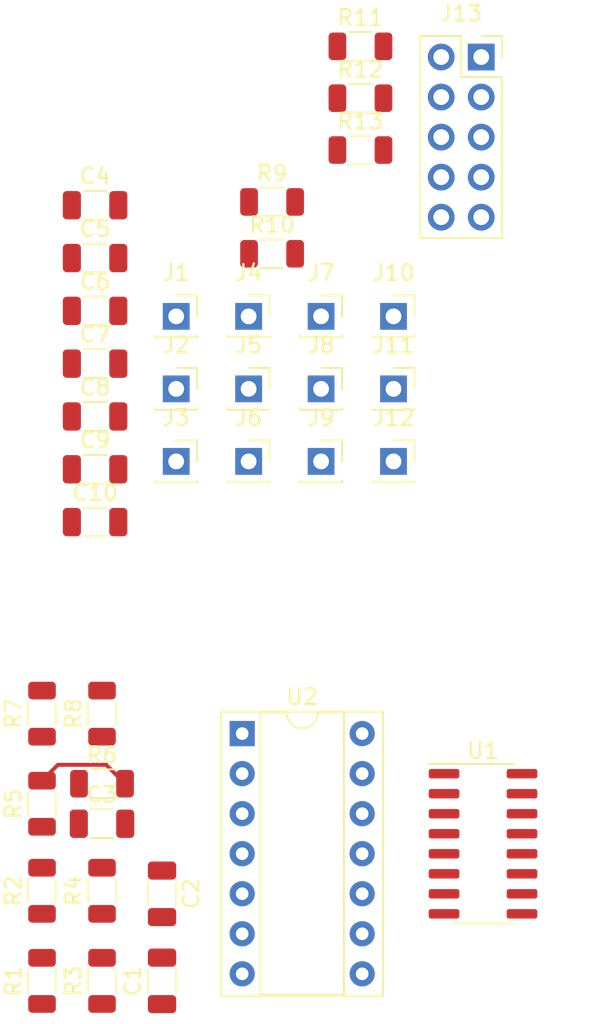
<source format=kicad_pcb>
(kicad_pcb (version 20221018) (generator pcbnew)
  (layers (0 "F.Cu" signal) (31 "B.Cu" signal) (34 "B.Paste" user) (35 "F.Paste" user) (36 "B.SilkS" user "B.Silkscreen") (37 "F.SilkS" user "F.Silkscreen") (38 "B.Mask" user) (39 "F.Mask" user) (44 "Edge.Cuts" user))
  (net 0 "")
  (net 1 "Net-(C1-Pad1)")
  (net 2 "GND")
  (net 3 "Net-(C2-Pad1)")
  (net 4 "Net-(C3-Pad1)")
  (net 5 "Net-(C4-Pad1)")
  (net 6 "+12V")
  (net 7 "-12V")
  (net 8 "Net-(U1-I_OUT1)")
  (net 9 "Net-(U1-I_OUT2)")
  (net 10 "Net-(U1-I_OUT3)")
  (net 11 "Net-(U1-I_OUT4)")
  (net 12 "Net-(U1-I_IN1)")
  (net 13 "Net-(U1-I_IN2)")
  (net 14 "Net-(U1-I_IN3)")
  (net 15 "Net-(U1-I_IN4)")
  (net 16 "Net-(U1-MODE)")
  (net 17 "Out1")
  (net 18 "Out2")
  (net 19 "Out3")
  (net 20 "Out4")
  (net 21 "VCO1")
  (net 22 "VCO2")
  (net 23 "VCO3")
  (net 24 "VCO4")
  (net 25 "ADSR1")
  (net 26 "ADSR2")
  (net 27 "ADSR3")
  (net 28 "ADSR4")
  (footprint "Connector_PinSocket_2.54mm:PinSocket_1x01_P2.54mm_Vertical" (layer "F.Cu") (at 145.835 60.045)
    (fp_text reference "J5" (at 0 -2.77) (layer "F.SilkS"))
    (fp_text value "Q1")
    (fp_line (start -1.33 1.21) (end -1.33 1.33) (stroke (width 0.12)) (layer "F.SilkS"))
    (fp_line (start -1.33 1.33) (end 1.33 1.33) (stroke (width 0.12)) (layer "F.SilkS"))
    (fp_line (start 0 -1.33) (end 1.33 -1.33) (stroke (width 0.12)) (layer "F.SilkS"))
    (fp_line (start 1.33 -1.33) (end 1.33 0) (stroke (width 0.12)) (layer "F.SilkS"))
    (fp_line (start 1.33 1.21) (end 1.33 1.33) (stroke (width 0.12)) (layer "F.SilkS"))
    (pad "1" thru_hole rect (at 0 0) (size 1.7 1.7) (drill 1) (layers "*.Cu" "*.Mask"))
  )
  (footprint "Resistor_SMD:R_1206_3216Metric" (layer "F.Cu") (at 136.525 80.645 90)
    (fp_text reference "R8" (at 0 -1.82 90) (layer "F.SilkS"))
    (fp_text value "500")
    (fp_line (start -0.727064 -0.91) (end 0.727064 -0.91) (stroke (width 0.12)) (layer "F.SilkS"))
    (fp_line (start -0.727064 0.91) (end 0.727064 0.91) (stroke (width 0.12)) (layer "F.SilkS"))
    (pad "1" smd roundrect (at -1.4625 0 90) (size 1.125 1.75) (layers "F.Cu" "F.Paste" "F.Mask") (roundrect_rratio 0.222222) (net 5 "Net-(C4-Pad1)"))
    (pad "2" smd roundrect (at 1.4625 0 90) (size 1.125 1.75) (layers "F.Cu" "F.Paste" "F.Mask") (roundrect_rratio 0.222222) (net 15 "Net-(U1-I_IN4)"))
  )
  (footprint "Connector_PinSocket_2.54mm:PinSocket_1x01_P2.54mm_Vertical" (layer "F.Cu") (at 155.035 55.445)
    (fp_text reference "J10" (at 0 -2.77) (layer "F.SilkS"))
    (fp_text value "ADSR3")
    (fp_line (start -1.33 1.21) (end -1.33 1.33) (stroke (width 0.12)) (layer "F.SilkS"))
    (fp_line (start -1.33 1.33) (end 1.33 1.33) (stroke (width 0.12)) (layer "F.SilkS"))
    (fp_line (start 0 -1.33) (end 1.33 -1.33) (stroke (width 0.12)) (layer "F.SilkS"))
    (fp_line (start 1.33 -1.33) (end 1.33 0) (stroke (width 0.12)) (layer "F.SilkS"))
    (fp_line (start 1.33 1.21) (end 1.33 1.33) (stroke (width 0.12)) (layer "F.SilkS"))
    (pad "1" thru_hole rect (at 0 0) (size 1.7 1.7) (drill 1) (layers "*.Cu" "*.Mask"))
  )
  (footprint "Capacitor_SMD:C_1206_3216Metric" (layer "F.Cu") (at 136.085 55.095)
    (fp_text reference "C6" (at 0 -1.85) (layer "F.SilkS"))
    (fp_text value "1uF")
    (fp_line (start -0.711252 -0.91) (end 0.711252 -0.91) (stroke (width 0.12)) (layer "F.SilkS"))
    (fp_line (start -0.711252 0.91) (end 0.711252 0.91) (stroke (width 0.12)) (layer "F.SilkS"))
    (pad "1" smd roundrect (at -1.475 0) (size 1.15 1.8) (layers "F.Cu" "F.Paste" "F.Mask") (roundrect_rratio 0.217391) (net 7 "-12V"))
    (pad "2" smd roundrect (at 1.475 0) (size 1.15 1.8) (layers "F.Cu" "F.Paste" "F.Mask") (roundrect_rratio 0.217391) (net 2 "GND"))
  )
  (footprint "Connector_PinSocket_2.54mm:PinSocket_2x05_P2.54mm_Vertical" (layer "F.Cu") (at 160.605 38.995)
    (fp_text reference "J13" (at -1.27 -2.77) (layer "F.SilkS"))
    (fp_text value "Conn_02x05_Odd_Even")
    (fp_line (start -3.87 -1.33) (end -3.87 11.49) (stroke (width 0.12)) (layer "F.SilkS"))
    (fp_line (start -3.87 -1.33) (end -1.27 -1.33) (stroke (width 0.12)) (layer "F.SilkS"))
    (fp_line (start -3.87 11.49) (end 1.33 11.49) (stroke (width 0.12)) (layer "F.SilkS"))
    (fp_line (start -1.27 -1.33) (end -1.27 1.27) (stroke (width 0.12)) (layer "F.SilkS"))
    (fp_line (start -1.27 1.27) (end 1.33 1.27) (stroke (width 0.12)) (layer "F.SilkS"))
    (fp_line (start 0 -1.33) (end 1.33 -1.33) (stroke (width 0.12)) (layer "F.SilkS"))
    (fp_line (start 1.33 -1.33) (end 1.33 0) (stroke (width 0.12)) (layer "F.SilkS"))
    (fp_line (start 1.33 1.27) (end 1.33 11.49) (stroke (width 0.12)) (layer "F.SilkS"))
    (pad "1" thru_hole rect (at 0 0) (size 1.7 1.7) (drill 1) (layers "*.Cu" "*.Mask") (net 6 "+12V"))
    (pad "2" thru_hole oval (at -2.54 0) (size 1.7 1.7) (drill 1) (layers "*.Cu" "*.Mask") (net 6 "+12V"))
    (pad "3" thru_hole oval (at 0 2.54) (size 1.7 1.7) (drill 1) (layers "*.Cu" "*.Mask") (net 2 "GND"))
    (pad "4" thru_hole oval (at -2.54 2.54) (size 1.7 1.7) (drill 1) (layers "*.Cu" "*.Mask") (net 2 "GND"))
    (pad "5" thru_hole oval (at 0 5.08) (size 1.7 1.7) (drill 1) (layers "*.Cu" "*.Mask") (net 2 "GND"))
    (pad "6" thru_hole oval (at -2.54 5.08) (size 1.7 1.7) (drill 1) (layers "*.Cu" "*.Mask") (net 2 "GND"))
    (pad "7" thru_hole oval (at 0 7.62) (size 1.7 1.7) (drill 1) (layers "*.Cu" "*.Mask") (net 2 "GND"))
    (pad "8" thru_hole oval (at -2.54 7.62) (size 1.7 1.7) (drill 1) (layers "*.Cu" "*.Mask") (net 2 "GND"))
    (pad "9" thru_hole oval (at 0 10.16) (size 1.7 1.7) (drill 1) (layers "*.Cu" "*.Mask") (net 7 "-12V"))
    (pad "10" thru_hole oval (at -2.54 10.16) (size 1.7 1.7) (drill 1) (layers "*.Cu" "*.Mask") (net 7 "-12V"))
  )
  (footprint "Package_DIP:DIP-14_W7.62mm_Socket" (layer "F.Cu") (at 145.425 81.91)
    (fp_text reference "U2" (at 3.81 -2.33) (layer "F.SilkS"))
    (fp_text value "LM324")
    (fp_line (start -1.33 -1.39) (end -1.33 16.63) (stroke (width 0.12)) (layer "F.SilkS"))
    (fp_line (start -1.33 16.63) (end 8.95 16.63) (stroke (width 0.12)) (layer "F.SilkS"))
    (fp_line (start 1.16 -1.33) (end 1.16 16.57) (stroke (width 0.12)) (layer "F.SilkS"))
    (fp_line (start 1.16 16.57) (end 6.46 16.57) (stroke (width 0.12)) (layer "F.SilkS"))
    (fp_line (start 2.81 -1.33) (end 1.16 -1.33) (stroke (width 0.12)) (layer "F.SilkS"))
    (fp_line (start 6.46 -1.33) (end 4.81 -1.33) (stroke (width 0.12)) (layer "F.SilkS"))
    (fp_line (start 6.46 16.57) (end 6.46 -1.33) (stroke (width 0.12)) (layer "F.SilkS"))
    (fp_line (start 8.95 -1.39) (end -1.33 -1.39) (stroke (width 0.12)) (layer "F.SilkS"))
    (fp_line (start 8.95 16.63) (end 8.95 -1.39) (stroke (width 0.12)) (layer "F.SilkS"))
    (fp_arc (start 4.81 -1.33) (mid 3.81 -0.33) (end 2.81 -1.33) (stroke (width 0.12)) (layer "F.SilkS"))
    (pad "1" thru_hole rect (at 0 0) (size 1.6 1.6) (drill 0.8) (layers "*.Cu" "*.Mask") (net 17 "Out1"))
    (pad "2" thru_hole oval (at 0 2.54) (size 1.6 1.6) (drill 0.8) (layers "*.Cu" "*.Mask") (net 8 "Net-(U1-I_OUT1)"))
    (pad "3" thru_hole oval (at 0 5.08) (size 1.6 1.6) (drill 0.8) (layers "*.Cu" "*.Mask") (net 2 "GND"))
    (pad "4" thru_hole oval (at 0 7.62) (size 1.6 1.6) (drill 0.8) (layers "*.Cu" "*.Mask"))
    (pad "5" thru_hole oval (at 0 10.16) (size 1.6 1.6) (drill 0.8) (layers "*.Cu" "*.Mask") (net 2 "GND"))
    (pad "6" thru_hole oval (at 0 12.7) (size 1.6 1.6) (drill 0.8) (layers "*.Cu" "*.Mask") (net 9 "Net-(U1-I_OUT2)"))
    (pad "7" thru_hole oval (at 0 15.24) (size 1.6 1.6) (drill 0.8) (layers "*.Cu" "*.Mask") (net 18 "Out2"))
    (pad "8" thru_hole oval (at 7.62 15.24) (size 1.6 1.6) (drill 0.8) (layers "*.Cu" "*.Mask") (net 19 "Out3"))
    (pad "9" thru_hole oval (at 7.62 12.7) (size 1.6 1.6) (drill 0.8) (layers "*.Cu" "*.Mask") (net 10 "Net-(U1-I_OUT3)"))
    (pad "10" thru_hole oval (at 7.62 10.16) (size 1.6 1.6) (drill 0.8) (layers "*.Cu" "*.Mask") (net 2 "GND"))
    (pad "11" thru_hole oval (at 7.62 7.62) (size 1.6 1.6) (drill 0.8) (layers "*.Cu" "*.Mask"))
    (pad "12" thru_hole oval (at 7.62 5.08) (size 1.6 1.6) (drill 0.8) (layers "*.Cu" "*.Mask") (net 2 "GND"))
    (pad "13" thru_hole oval (at 7.62 2.54) (size 1.6 1.6) (drill 0.8) (layers "*.Cu" "*.Mask") (net 11 "Net-(U1-I_OUT4)"))
    (pad "14" thru_hole oval (at 7.62 0) (size 1.6 1.6) (drill 0.8) (layers "*.Cu" "*.Mask") (net 20 "Out4"))
  )
  (footprint "Connector_PinSocket_2.54mm:PinSocket_1x01_P2.54mm_Vertical" (layer "F.Cu") (at 155.035 64.645)
    (fp_text reference "J12" (at 0 -2.77) (layer "F.SilkS"))
    (fp_text value "ADSR1")
    (fp_line (start -1.33 1.21) (end -1.33 1.33) (stroke (width 0.12)) (layer "F.SilkS"))
    (fp_line (start -1.33 1.33) (end 1.33 1.33) (stroke (width 0.12)) (layer "F.SilkS"))
    (fp_line (start 0 -1.33) (end 1.33 -1.33) (stroke (width 0.12)) (layer "F.SilkS"))
    (fp_line (start 1.33 -1.33) (end 1.33 0) (stroke (width 0.12)) (layer "F.SilkS"))
    (fp_line (start 1.33 1.21) (end 1.33 1.33) (stroke (width 0.12)) (layer "F.SilkS"))
    (pad "1" thru_hole rect (at 0 0) (size 1.7 1.7) (drill 1) (layers "*.Cu" "*.Mask"))
  )
  (footprint "Resistor_SMD:R_1206_3216Metric" (layer "F.Cu") (at 147.325 48.185)
    (fp_text reference "R9" (at 0 -1.82) (layer "F.SilkS"))
    (fp_text value "7.5k")
    (fp_line (start -0.727064 -0.91) (end 0.727064 -0.91) (stroke (width 0.12)) (layer "F.SilkS"))
    (fp_line (start -0.727064 0.91) (end 0.727064 0.91) (stroke (width 0.12)) (layer "F.SilkS"))
    (pad "1" smd roundrect (at -1.4625 0) (size 1.125 1.75) (layers "F.Cu" "F.Paste" "F.Mask") (roundrect_rratio 0.222222) (net 16 "Net-(U1-MODE)"))
    (pad "2" smd roundrect (at 1.4625 0) (size 1.125 1.75) (layers "F.Cu" "F.Paste" "F.Mask") (roundrect_rratio 0.222222) (net 6 "+12V"))
  )
  (footprint "Resistor_SMD:R_1206_3216Metric" (layer "F.Cu") (at 152.935 44.895)
    (fp_text reference "R13" (at 0 -1.82) (layer "F.SilkS"))
    (fp_text value "30k")
    (fp_line (start -0.727064 -0.91) (end 0.727064 -0.91) (stroke (width 0.12)) (layer "F.SilkS"))
    (fp_line (start -0.727064 0.91) (end 0.727064 0.91) (stroke (width 0.12)) (layer "F.SilkS"))
    (pad "1" smd roundrect (at -1.4625 0) (size 1.125 1.75) (layers "F.Cu" "F.Paste" "F.Mask") (roundrect_rratio 0.222222) (net 11 "Net-(U1-I_OUT4)"))
    (pad "2" smd roundrect (at 1.4625 0) (size 1.125 1.75) (layers "F.Cu" "F.Paste" "F.Mask") (roundrect_rratio 0.222222) (net 20 "Out4"))
  )
  (footprint "Resistor_SMD:R_1206_3216Metric" (layer "F.Cu") (at 136.525 91.8825 90)
    (fp_text reference "R4" (at 0 -1.82 90) (layer "F.SilkS"))
    (fp_text value "500")
    (fp_line (start -0.727064 -0.91) (end 0.727064 -0.91) (stroke (width 0.12)) (layer "F.SilkS"))
    (fp_line (start -0.727064 0.91) (end 0.727064 0.91) (stroke (width 0.12)) (layer "F.SilkS"))
    (pad "1" smd roundrect (at -1.4625 0 90) (size 1.125 1.75) (layers "F.Cu" "F.Paste" "F.Mask") (roundrect_rratio 0.222222) (net 3 "Net-(C2-Pad1)"))
    (pad "2" smd roundrect (at 1.4625 0 90) (size 1.125 1.75) (layers "F.Cu" "F.Paste" "F.Mask") (roundrect_rratio 0.222222) (net 13 "Net-(U1-I_IN2)"))
  )
  (footprint "Capacitor_SMD:C_1206_3216Metric" (layer "F.Cu") (at 140.335 97.5975 90)
    (fp_text reference "C1" (at 0 -1.85 90) (layer "F.SilkS"))
    (fp_text value "560pF")
    (fp_line (start -0.711252 -0.91) (end 0.711252 -0.91) (stroke (width 0.12)) (layer "F.SilkS"))
    (fp_line (start -0.711252 0.91) (end 0.711252 0.91) (stroke (width 0.12)) (layer "F.SilkS"))
    (pad "1" smd roundrect (at -1.475 0 90) (size 1.15 1.8) (layers "F.Cu" "F.Paste" "F.Mask") (roundrect_rratio 0.217391) (net 1 "Net-(C1-Pad1)"))
    (pad "2" smd roundrect (at 1.475 0 90) (size 1.15 1.8) (layers "F.Cu" "F.Paste" "F.Mask") (roundrect_rratio 0.217391) (net 2 "GND"))
  )
  (footprint "Capacitor_SMD:C_1206_3216Metric" (layer "F.Cu") (at 136.085 68.495)
    (fp_text reference "C10" (at 0 -1.85) (layer "F.SilkS"))
    (fp_text value "100pF")
    (fp_line (start -0.711252 -0.91) (end 0.711252 -0.91) (stroke (width 0.12)) (layer "F.SilkS"))
    (fp_line (start -0.711252 0.91) (end 0.711252 0.91) (stroke (width 0.12)) (layer "F.SilkS"))
    (pad "1" smd roundrect (at -1.475 0) (size 1.15 1.8) (layers "F.Cu" "F.Paste" "F.Mask") (roundrect_rratio 0.217391) (net 20 "Out4"))
    (pad "2" smd roundrect (at 1.475 0) (size 1.15 1.8) (layers "F.Cu" "F.Paste" "F.Mask") (roundrect_rratio 0.217391) (net 11 "Net-(U1-I_OUT4)"))
  )
  (footprint "Connector_PinSocket_2.54mm:PinSocket_1x01_P2.54mm_Vertical" (layer "F.Cu") (at 155.035 60.045)
    (fp_text reference "J11" (at 0 -2.77) (layer "F.SilkS"))
    (fp_text value "ADSR2")
    (fp_line (start -1.33 1.21) (end -1.33 1.33) (stroke (width 0.12)) (layer "F.SilkS"))
    (fp_line (start -1.33 1.33) (end 1.33 1.33) (stroke (width 0.12)) (layer "F.SilkS"))
    (fp_line (start 0 -1.33) (end 1.33 -1.33) (stroke (width 0.12)) (layer "F.SilkS"))
    (fp_line (start 1.33 -1.33) (end 1.33 0) (stroke (width 0.12)) (layer "F.SilkS"))
    (fp_line (start 1.33 1.21) (end 1.33 1.33) (stroke (width 0.12)) (layer "F.SilkS"))
    (pad "1" thru_hole rect (at 0 0) (size 1.7 1.7) (drill 1) (layers "*.Cu" "*.Mask"))
  )
  (footprint "Capacitor_SMD:C_1206_3216Metric" (layer "F.Cu") (at 136.085 51.745)
    (fp_text reference "C5" (at 0 -1.85) (layer "F.SilkS"))
    (fp_text value "1uF")
    (fp_line (start -0.711252 -0.91) (end 0.711252 -0.91) (stroke (width 0.12)) (layer "F.SilkS"))
    (fp_line (start -0.711252 0.91) (end 0.711252 0.91) (stroke (width 0.12)) (layer "F.SilkS"))
    (pad "1" smd roundrect (at -1.475 0) (size 1.15 1.8) (layers "F.Cu" "F.Paste" "F.Mask") (roundrect_rratio 0.217391) (net 2 "GND"))
    (pad "2" smd roundrect (at 1.475 0) (size 1.15 1.8) (layers "F.Cu" "F.Paste" "F.Mask") (roundrect_rratio 0.217391) (net 6 "+12V"))
  )
  (footprint "Capacitor_SMD:C_1206_3216Metric" (layer "F.Cu") (at 136.525 87.63)
    (fp_text reference "C3" (at 0 -1.85) (layer "F.SilkS"))
    (fp_text value "560pF")
    (fp_line (start -0.711252 -0.91) (end 0.711252 -0.91) (stroke (width 0.12)) (layer "F.SilkS"))
    (fp_line (start -0.711252 0.91) (end 0.711252 0.91) (stroke (width 0.12)) (layer "F.SilkS"))
    (pad "1" smd roundrect (at -1.475 0) (size 1.15 1.8) (layers "F.Cu" "F.Paste" "F.Mask") (roundrect_rratio 0.217391) (net 4 "Net-(C3-Pad1)"))
    (pad "2" smd roundrect (at 1.475 0) (size 1.15 1.8) (layers "F.Cu" "F.Paste" "F.Mask") (roundrect_rratio 0.217391) (net 2 "GND"))
  )
  (footprint "Capacitor_SMD:C_1206_3216Metric" (layer "F.Cu") (at 136.085 48.395)
    (fp_text reference "C4" (at 0 -1.85) (layer "F.SilkS"))
    (fp_text value "560pF")
    (fp_line (start -0.711252 -0.91) (end 0.711252 -0.91) (stroke (width 0.12)) (layer "F.SilkS"))
    (fp_line (start -0.711252 0.91) (end 0.711252 0.91) (stroke (width 0.12)) (layer "F.SilkS"))
    (pad "1" smd roundrect (at -1.475 0) (size 1.15 1.8) (layers "F.Cu" "F.Paste" "F.Mask") (roundrect_rratio 0.217391) (net 5 "Net-(C4-Pad1)"))
    (pad "2" smd roundrect (at 1.475 0) (size 1.15 1.8) (layers "F.Cu" "F.Paste" "F.Mask") (roundrect_rratio 0.217391) (net 2 "GND"))
  )
  (footprint "Connector_PinSocket_2.54mm:PinSocket_1x01_P2.54mm_Vertical" (layer "F.Cu") (at 141.235 55.445)
    (fp_text reference "J1" (at 0 -2.77) (layer "F.SilkS"))
    (fp_text value "VCO1")
    (fp_line (start -1.33 1.21) (end -1.33 1.33) (stroke (width 0.12)) (layer "F.SilkS"))
    (fp_line (start -1.33 1.33) (end 1.33 1.33) (stroke (width 0.12)) (layer "F.SilkS"))
    (fp_line (start 0 -1.33) (end 1.33 -1.33) (stroke (width 0.12)) (layer "F.SilkS"))
    (fp_line (start 1.33 -1.33) (end 1.33 0) (stroke (width 0.12)) (layer "F.SilkS"))
    (fp_line (start 1.33 1.21) (end 1.33 1.33) (stroke (width 0.12)) (layer "F.SilkS"))
    (pad "1" thru_hole rect (at 0 0) (size 1.7 1.7) (drill 1) (layers "*.Cu" "*.Mask"))
  )
  (footprint "Connector_PinSocket_2.54mm:PinSocket_1x01_P2.54mm_Vertical" (layer "F.Cu") (at 150.435 55.445)
    (fp_text reference "J7" (at 0 -2.77) (layer "F.SilkS"))
    (fp_text value "Q3")
    (fp_line (start -1.33 1.21) (end -1.33 1.33) (stroke (width 0.12)) (layer "F.SilkS"))
    (fp_line (start -1.33 1.33) (end 1.33 1.33) (stroke (width 0.12)) (layer "F.SilkS"))
    (fp_line (start 0 -1.33) (end 1.33 -1.33) (stroke (width 0.12)) (layer "F.SilkS"))
    (fp_line (start 1.33 -1.33) (end 1.33 0) (stroke (width 0.12)) (layer "F.SilkS"))
    (fp_line (start 1.33 1.21) (end 1.33 1.33) (stroke (width 0.12)) (layer "F.SilkS"))
    (pad "1" thru_hole rect (at 0 0) (size 1.7 1.7) (drill 1) (layers "*.Cu" "*.Mask"))
  )
  (footprint "Connector_PinSocket_2.54mm:PinSocket_1x01_P2.54mm_Vertical" (layer "F.Cu") (at 141.235 60.045)
    (fp_text reference "J2" (at 0 -2.77) (layer "F.SilkS"))
    (fp_text value "VCO2")
    (fp_line (start -1.33 1.21) (end -1.33 1.33) (stroke (width 0.12)) (layer "F.SilkS"))
    (fp_line (start -1.33 1.33) (end 1.33 1.33) (stroke (width 0.12)) (layer "F.SilkS"))
    (fp_line (start 0 -1.33) (end 1.33 -1.33) (stroke (width 0.12)) (layer "F.SilkS"))
    (fp_line (start 1.33 -1.33) (end 1.33 0) (stroke (width 0.12)) (layer "F.SilkS"))
    (fp_line (start 1.33 1.21) (end 1.33 1.33) (stroke (width 0.12)) (layer "F.SilkS"))
    (pad "1" thru_hole rect (at 0 0) (size 1.7 1.7) (drill 1) (layers "*.Cu" "*.Mask"))
  )
  (footprint "Connector_PinSocket_2.54mm:PinSocket_1x01_P2.54mm_Vertical" (layer "F.Cu") (at 141.235 64.645)
    (fp_text reference "J3" (at 0 -2.77) (layer "F.SilkS"))
    (fp_text value "VCO3")
    (fp_line (start -1.33 1.21) (end -1.33 1.33) (stroke (width 0.12)) (layer "F.SilkS"))
    (fp_line (start -1.33 1.33) (end 1.33 1.33) (stroke (width 0.12)) (layer "F.SilkS"))
    (fp_line (start 0 -1.33) (end 1.33 -1.33) (stroke (width 0.12)) (layer "F.SilkS"))
    (fp_line (start 1.33 -1.33) (end 1.33 0) (stroke (width 0.12)) (layer "F.SilkS"))
    (fp_line (start 1.33 1.21) (end 1.33 1.33) (stroke (width 0.12)) (layer "F.SilkS"))
    (pad "1" thru_hole rect (at 0 0) (size 1.7 1.7) (drill 1) (layers "*.Cu" "*.Mask"))
  )
  (footprint "Resistor_SMD:R_1206_3216Metric" (layer "F.Cu") (at 132.715 80.645 90)
    (fp_text reference "R7" (at 0 -1.82 90) (layer "F.SilkS"))
    (fp_text value "30k")
    (fp_line (start -0.727064 -0.91) (end 0.727064 -0.91) (stroke (width 0.12)) (layer "F.SilkS"))
    (fp_line (start -0.727064 0.91) (end 0.727064 0.91) (stroke (width 0.12)) (layer "F.SilkS"))
    (pad "1" smd roundrect (at -1.4625 0 90) (size 1.125 1.75) (layers "F.Cu" "F.Paste" "F.Mask") (roundrect_rratio 0.222222) (net 24 "VCO4"))
    (pad "2" smd roundrect (at 1.4625 0 90) (size 1.125 1.75) (layers "F.Cu" "F.Paste" "F.Mask") (roundrect_rratio 0.222222) (net 15 "Net-(U1-I_IN4)"))
  )
  (footprint "Capacitor_SMD:C_1206_3216Metric" (layer "F.Cu") (at 136.085 61.795)
    (fp_text reference "C8" (at 0 -1.85) (layer "F.SilkS"))
    (fp_text value "100pF")
    (fp_line (start -0.711252 -0.91) (end 0.711252 -0.91) (stroke (width 0.12)) (layer "F.SilkS"))
    (fp_line (start -0.711252 0.91) (end 0.711252 0.91) (stroke (width 0.12)) (layer "F.SilkS"))
    (pad "1" smd roundrect (at -1.475 0) (size 1.15 1.8) (layers "F.Cu" "F.Paste" "F.Mask") (roundrect_rratio 0.217391) (net 18 "Out2"))
    (pad "2" smd roundrect (at 1.475 0) (size 1.15 1.8) (layers "F.Cu" "F.Paste" "F.Mask") (roundrect_rratio 0.217391) (net 9 "Net-(U1-I_OUT2)"))
  )
  (footprint "Capacitor_SMD:C_1206_3216Metric" (layer "F.Cu") (at 136.085 65.145)
    (fp_text reference "C9" (at 0 -1.85) (layer "F.SilkS"))
    (fp_text value "100pF")
    (fp_line (start -0.711252 -0.91) (end 0.711252 -0.91) (stroke (width 0.12)) (layer "F.SilkS"))
    (fp_line (start -0.711252 0.91) (end 0.711252 0.91) (stroke (width 0.12)) (layer "F.SilkS"))
    (pad "1" smd roundrect (at -1.475 0) (size 1.15 1.8) (layers "F.Cu" "F.Paste" "F.Mask") (roundrect_rratio 0.217391) (net 19 "Out3"))
    (pad "2" smd roundrect (at 1.475 0) (size 1.15 1.8) (layers "F.Cu" "F.Paste" "F.Mask") (roundrect_rratio 0.217391) (net 10 "Net-(U1-I_OUT3)"))
  )
  (footprint "Resistor_SMD:R_1206_3216Metric" (layer "F.Cu") (at 152.935 38.315)
    (fp_text reference "R11" (at 0 -1.82) (layer "F.SilkS"))
    (fp_text value "30k")
    (fp_line (start -0.727064 -0.91) (end 0.727064 -0.91) (stroke (width 0.12)) (layer "F.SilkS"))
    (fp_line (start -0.727064 0.91) (end 0.727064 0.91) (stroke (width 0.12)) (layer "F.SilkS"))
    (pad "1" smd roundrect (at -1.4625 0) (size 1.125 1.75) (layers "F.Cu" "F.Paste" "F.Mask") (roundrect_rratio 0.222222) (net 9 "Net-(U1-I_OUT2)"))
    (pad "2" smd roundrect (at 1.4625 0) (size 1.125 1.75) (layers "F.Cu" "F.Paste" "F.Mask") (roundrect_rratio 0.222222) (net 18 "Out2"))
  )
  (footprint "Resistor_SMD:R_1206_3216Metric" (layer "F.Cu") (at 147.325 51.475)
    (fp_text reference "R10" (at 0 -1.82) (layer "F.SilkS"))
    (fp_text value "30k")
    (fp_line (start -0.727064 -0.91) (end 0.727064 -0.91) (stroke (width 0.12)) (layer "F.SilkS"))
    (fp_line (start -0.727064 0.91) (end 0.727064 0.91) (stroke (width 0.12)) (layer "F.SilkS"))
    (pad "1" smd roundrect (at -1.4625 0) (size 1.125 1.75) (layers "F.Cu" "F.Paste" "F.Mask") (roundrect_rratio 0.222222) (net 8 "Net-(U1-I_OUT1)"))
    (pad "2" smd roundrect (at 1.4625 0) (size 1.125 1.75) (layers "F.Cu" "F.Paste" "F.Mask") (roundrect_rratio 0.222222) (net 17 "Out1"))
  )
  (footprint "Connector_PinSocket_2.54mm:PinSocket_1x01_P2.54mm_Vertical" (layer "F.Cu") (at 145.835 55.445)
    (fp_text reference "J4" (at 0 -2.77) (layer "F.SilkS"))
    (fp_text value "VCO4")
    (fp_line (start -1.33 1.21) (end -1.33 1.33) (stroke (width 0.12)) (layer "F.SilkS"))
    (fp_line (start -1.33 1.33) (end 1.33 1.33) (stroke (width 0.12)) (layer "F.SilkS"))
    (fp_line (start 0 -1.33) (end 1.33 -1.33) (stroke (width 0.12)) (layer "F.SilkS"))
    (fp_line (start 1.33 -1.33) (end 1.33 0) (stroke (width 0.12)) (layer "F.SilkS"))
    (fp_line (start 1.33 1.21) (end 1.33 1.33) (stroke (width 0.12)) (layer "F.SilkS"))
    (pad "1" thru_hole rect (at 0 0) (size 1.7 1.7) (drill 1) (layers "*.Cu" "*.Mask"))
  )
  (footprint "Capacitor_SMD:C_1206_3216Metric" (layer "F.Cu") (at 140.335 92.075 -90)
    (fp_text reference "C2" (at 0 -1.85 90) (layer "F.SilkS"))
    (fp_text value "560pF")
    (fp_line (start -0.711252 -0.91) (end 0.711252 -0.91) (stroke (width 0.12)) (layer "F.SilkS"))
    (fp_line (start -0.711252 0.91) (end 0.711252 0.91) (stroke (width 0.12)) (layer "F.SilkS"))
    (pad "1" smd roundrect (at -1.475 0 270) (size 1.15 1.8) (layers "F.Cu" "F.Paste" "F.Mask") (roundrect_rratio 0.217391) (net 3 "Net-(C2-Pad1)"))
    (pad "2" smd roundrect (at 1.475 0 270) (size 1.15 1.8) (layers "F.Cu" "F.Paste" "F.Mask") (roundrect_rratio 0.217391) (net 2 "GND"))
  )
  (footprint "Resistor_SMD:R_1206_3216Metric" (layer "F.Cu") (at 132.715 97.5975 90)
    (fp_text reference "R1" (at 0 -1.82 90) (layer "F.SilkS"))
    (fp_text value "30k")
    (fp_line (start -0.727064 -0.91) (end 0.727064 -0.91) (stroke (width 0.12)) (layer "F.SilkS"))
    (fp_line (start -0.727064 0.91) (end 0.727064 0.91) (stroke (width 0.12)) (layer "F.SilkS"))
    (pad "1" smd roundrect (at -1.4625 0 90) (size 1.125 1.75) (layers "F.Cu" "F.Paste" "F.Mask") (roundrect_rratio 0.222222) (net 21 "VCO1"))
    (pad "2" smd roundrect (at 1.4625 0 90) (size 1.125 1.75) (layers "F.Cu" "F.Paste" "F.Mask") (roundrect_rratio 0.222222) (net 12 "Net-(U1-I_IN1)"))
  )
  (footprint "Connector_PinSocket_2.54mm:PinSocket_1x01_P2.54mm_Vertical" (layer "F.Cu") (at 150.435 60.045)
    (fp_text reference "J8" (at 0 -2.77) (layer "F.SilkS"))
    (fp_text value "Q2")
    (fp_line (start -1.33 1.21) (end -1.33 1.33) (stroke (width 0.12)) (layer "F.SilkS"))
    (fp_line (start -1.33 1.33) (end 1.33 1.33) (stroke (width 0.12)) (layer "F.SilkS"))
    (fp_line (start 0 -1.33) (end 1.33 -1.33) (stroke (width 0.12)) (layer "F.SilkS"))
    (fp_line (start 1.33 -1.33) (end 1.33 0) (stroke (width 0.12)) (layer "F.SilkS"))
    (fp_line (start 1.33 1.21) (end 1.33 1.33) (stroke (width 0.12)) (layer "F.SilkS"))
    (pad "1" thru_hole rect (at 0 0) (size 1.7 1.7) (drill 1) (layers "*.Cu" "*.Mask"))
  )
  (footprint "Package_SO:SOIC-16_3.9x9.9mm_P1.27mm" (layer "F.Cu") (at 160.72 88.9)
    (fp_text reference "U1" (at 0 -5.9) (layer "F.SilkS"))
    (fp_text value "SSI2164")
    (fp_line (start 0 -5.06) (end -3.45 -5.06) (stroke (width 0.12)) (layer "F.SilkS"))
    (fp_line (start 0 -5.06) (end 1.95 -5.06) (stroke (width 0.12)) (layer "F.SilkS"))
    (fp_line (start 0 5.06) (end -1.95 5.06) (stroke (width 0.12)) (layer "F.SilkS"))
    (fp_line (start 0 5.06) (end 1.95 5.06) (stroke (width 0.12)) (layer "F.SilkS"))
    (pad "1" smd roundrect (at -2.475 -4.445) (size 1.95 0.6) (layers "F.Cu" "F.Paste" "F.Mask") (net 16 "Net-(U1-MODE)"))
    (pad "2" smd roundrect (at -2.475 -3.175) (size 1.95 0.6) (layers "F.Cu" "F.Paste" "F.Mask") (net 12 "Net-(U1-I_IN1)"))
    (pad "3" smd roundrect (at -2.475 -1.905) (size 1.95 0.6) (layers "F.Cu" "F.Paste" "F.Mask") (net 25 "ADSR1"))
    (pad "4" smd roundrect (at -2.475 -0.635) (size 1.95 0.6) (layers "F.Cu" "F.Paste" "F.Mask") (net 8 "Net-(U1-I_OUT1)"))
    (pad "5" smd roundrect (at -2.475 0.635) (size 1.95 0.6) (layers "F.Cu" "F.Paste" "F.Mask") (net 9 "Net-(U1-I_OUT2)"))
    (pad "6" smd roundrect (at -2.475 1.905) (size 1.95 0.6) (layers "F.Cu" "F.Paste" "F.Mask") (net 26 "ADSR2"))
    (pad "7" smd roundrect (at -2.475 3.175) (size 1.95 0.6) (layers "F.Cu" "F.Paste" "F.Mask") (net 13 "Net-(U1-I_IN2)"))
    (pad "8" smd roundrect (at -2.475 4.445) (size 1.95 0.6) (layers "F.Cu" "F.Paste" "F.Mask") (net 2 "GND"))
    (pad "9" smd roundrect (at 2.475 4.445) (size 1.95 0.6) (layers "F.Cu" "F.Paste" "F.Mask") (net 7 "-12V"))
    (pad "10" smd roundrect (at 2.475 3.175) (size 1.95 0.6) (layers "F.Cu" "F.Paste" "F.Mask") (net 14 "Net-(U1-I_IN3)"))
    (pad "11" smd roundrect (at 2.475 1.905) (size 1.95 0.6) (layers "F.Cu" "F.Paste" "F.Mask") (net 27 "ADSR3"))
    (pad "12" smd roundrect (at 2.475 0.635) (size 1.95 0.6) (layers "F.Cu" "F.Paste" "F.Mask") (net 10 "Net-(U1-I_OUT3)"))
    (pad "13" smd roundrect (at 2.475 -0.635) (size 1.95 0.6) (layers "F.Cu" "F.Paste" "F.Mask") (net 11 "Net-(U1-I_OUT4)"))
    (pad "14" smd roundrect (at 2.475 -1.905) (size 1.95 0.6) (layers "F.Cu" "F.Paste" "F.Mask") (net 28 "ADSR4"))
    (pad "15" smd roundrect (at 2.475 -3.175) (size 1.95 0.6) (layers "F.Cu" "F.Paste" "F.Mask") (net 15 "Net-(U1-I_IN4)"))
    (pad "16" smd roundrect (at 2.475 -4.445) (size 1.95 0.6) (layers "F.Cu" "F.Paste" "F.Mask") (net 6 "+12V"))
  )
  (footprint "Resistor_SMD:R_1206_3216Metric" (layer "F.Cu") (at 136.525 97.5975 90)
    (fp_text reference "R3" (at 0 -1.82 90) (layer "F.SilkS"))
    (fp_text value "30k")
    (fp_line (start -0.727064 -0.91) (end 0.727064 -0.91) (stroke (width 0.12)) (layer "F.SilkS"))
    (fp_line (start -0.727064 0.91) (end 0.727064 0.91) (stroke (width 0.12)) (layer "F.SilkS"))
    (pad "1" smd roundrect (at -1.4625 0 90) (size 1.125 1.75) (layers "F.Cu" "F.Paste" "F.Mask") (roundrect_rratio 0.222222) (net 22 "VCO2"))
    (pad "2" smd roundrect (at 1.4625 0 90) (size 1.125 1.75) (layers "F.Cu" "F.Paste" "F.Mask") (roundrect_rratio 0.222222) (net 13 "Net-(U1-I_IN2)"))
  )
  (footprint "Resistor_SMD:R_1206_3216Metric" (layer "F.Cu") (at 136.525 85.09)
    (fp_text reference "R6" (at 0 -1.82) (layer "F.SilkS"))
    (fp_text value "500")
    (fp_line (start -0.727064 -0.91) (end 0.727064 -0.91) (stroke (width 0.12)) (layer "F.SilkS"))
    (fp_line (start -0.727064 0.91) (end 0.727064 0.91) (stroke (width 0.12)) (layer "F.SilkS"))
    (pad "1" smd roundrect (at -1.4625 0) (size 1.125 1.75) (layers "F.Cu" "F.Paste" "F.Mask") (roundrect_rratio 0.222222) (net 4 "Net-(C3-Pad1)"))
    (pad "2" smd roundrect (at 1.4625 0) (size 1.125 1.75) (layers "F.Cu" "F.Paste" "F.Mask") (roundrect_rratio 0.222222) (net 14 "Net-(U1-I_IN3)"))
  )
  (footprint "Resistor_SMD:R_1206_3216Metric" (layer "F.Cu") (at 132.715 86.36 90)
    (fp_text reference "R5" (at 0 -1.82 90) (layer "F.SilkS"))
    (fp_text value "30k")
    (fp_line (start -0.727064 -0.91) (end 0.727064 -0.91) (stroke (width 0.12)) (layer "F.SilkS"))
    (fp_line (start -0.727064 0.91) (end 0.727064 0.91) (stroke (width 0.12)) (layer "F.SilkS"))
    (pad "1" smd roundrect (at -1.4625 0 90) (size 1.125 1.75) (layers "F.Cu" "F.Paste" "F.Mask") (roundrect_rratio 0.222222) (net 23 "VCO3"))
    (pad "2" smd roundrect (at 1.4625 0 90) (size 1.125 1.75) (layers "F.Cu" "F.Paste" "F.Mask") (roundrect_rratio 0.222222) (net 14 "Net-(U1-I_IN3)"))
  )
  (footprint "Resistor_SMD:R_1206_3216Metric" (layer "F.Cu") (at 152.935 41.605)
    (fp_text reference "R12" (at 0 -1.82) (layer "F.SilkS"))
    (fp_text value "30k")
    (fp_line (start -0.727064 -0.91) (end 0.727064 -0.91) (stroke (width 0.12)) (layer "F.SilkS"))
    (fp_line (start -0.727064 0.91) (end 0.727064 0.91) (stroke (width 0.12)) (layer "F.SilkS"))
    (pad "1" smd roundrect (at -1.4625 0) (size 1.125 1.75) (layers "F.Cu" "F.Paste" "F.Mask") (roundrect_rratio 0.222222) (net 10 "Net-(U1-I_OUT3)"))
    (pad "2" smd roundrect (at 1.4625 0) (size 1.125 1.75) (layers "F.Cu" "F.Paste" "F.Mask") (roundrect_rratio 0.222222) (net 19 "Out3"))
  )
  (footprint "Resistor_SMD:R_1206_3216Metric" (layer "F.Cu") (at 132.715 91.8825 90)
    (fp_text reference "R2" (at 0 -1.82 90) (layer "F.SilkS"))
    (fp_text value "500")
    (fp_line (start -0.727064 -0.91) (end 0.727064 -0.91) (stroke (width 0.12)) (layer "F.SilkS"))
    (fp_line (start -0.727064 0.91) (end 0.727064 0.91) (stroke (width 0.12)) (layer "F.SilkS"))
    (pad "1" smd roundrect (at -1.4625 0 90) (size 1.125 1.75) (layers "F.Cu" "F.Paste" "F.Mask") (roundrect_rratio 0.222222) (net 1 "Net-(C1-Pad1)"))
    (pad "2" smd roundrect (at 1.4625 0 90) (size 1.125 1.75) (layers "F.Cu" "F.Paste" "F.Mask") (roundrect_rratio 0.222222) (net 12 "Net-(U1-I_IN1)"))
  )
  (footprint "Connector_PinSocket_2.54mm:PinSocket_1x01_P2.54mm_Vertical" (layer "F.Cu") (at 150.435 64.645)
    (fp_text reference "J9" (at 0 -2.77) (layer "F.SilkS"))
    (fp_text value "ADSR4")
    (fp_line (start -1.33 1.21) (end -1.33 1.33) (stroke (width 0.12)) (layer "F.SilkS"))
    (fp_line (start -1.33 1.33) (end 1.33 1.33) (stroke (width 0.12)) (layer "F.SilkS"))
    (fp_line (start 0 -1.33) (end 1.33 -1.33) (stroke (width 0.12)) (layer "F.SilkS"))
    (fp_line (start 1.33 -1.33) (end 1.33 0) (stroke (width 0.12)) (layer "F.SilkS"))
    (fp_line (start 1.33 1.21) (end 1.33 1.33) (stroke (width 0.12)) (layer "F.SilkS"))
    (pad "1" thru_hole rect (at 0 0) (size 1.7 1.7) (drill 1) (layers "*.Cu" "*.Mask"))
  )
  (footprint "Capacitor_SMD:C_1206_3216Metric" (layer "F.Cu") (at 136.085 58.445)
    (fp_text reference "C7" (at 0 -1.85) (layer "F.SilkS"))
    (fp_text value "100pF")
    (fp_line (start -0.711252 -0.91) (end 0.711252 -0.91) (stroke (width 0.12)) (layer "F.SilkS"))
    (fp_line (start -0.711252 0.91) (end 0.711252 0.91) (stroke (width 0.12)) (layer "F.SilkS"))
    (pad "1" smd roundrect (at -1.475 0) (size 1.15 1.8) (layers "F.Cu" "F.Paste" "F.Mask") (roundrect_rratio 0.217391) (net 17 "Out1"))
    (pad "2" smd roundrect (at 1.475 0) (size 1.15 1.8) (layers "F.Cu" "F.Paste" "F.Mask") (roundrect_rratio 0.217391) (net 8 "Net-(U1-I_OUT1)"))
  )
  (footprint "Connector_PinSocket_2.54mm:PinSocket_1x01_P2.54mm_Vertical" (layer "F.Cu") (at 145.835 64.645)
    (fp_text reference "J6" (at 0 -2.77) (layer "F.SilkS"))
    (fp_text value "Q2")
    (fp_line (start -1.33 1.21) (end -1.33 1.33) (stroke (width 0.12)) (layer "F.SilkS"))
    (fp_line (start -1.33 1.33) (end 1.33 1.33) (stroke (width 0.12)) (layer "F.SilkS"))
    (fp_line (start 0 -1.33) (end 1.33 -1.33) (stroke (width 0.12)) (layer "F.SilkS"))
    (fp_line (start 1.33 -1.33) (end 1.33 0) (stroke (width 0.12)) (layer "F.SilkS"))
    (fp_line (start 1.33 1.21) (end 1.33 1.33) (stroke (width 0.12)) (layer "F.SilkS"))
    (pad "1" thru_hole rect (at 0 0) (size 1.7 1.7) (drill 1) (layers "*.Cu" "*.Mask"))
  )
  (segment (start 137.9875 85.09) (end 136.7875 83.89) (width 0.25) (layer "F.Cu") (net 14))
  (segment (start 136.7875 83.89) (end 133.7225 83.89) (width 0.25) (layer "F.Cu") (net 14))
  (segment (start 133.7225 83.89) (end 132.715 84.8975) (width 0.25) (layer "F.Cu") (net 14))
)
</source>
